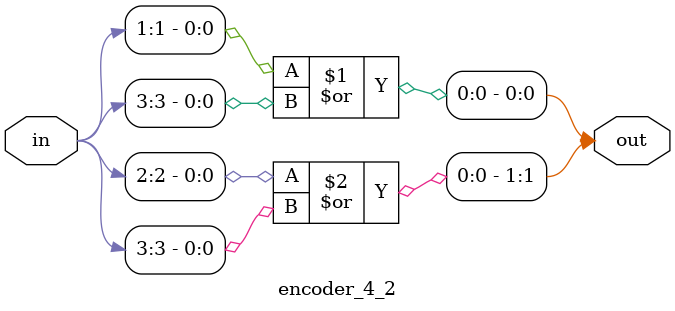
<source format=v>
`timescale 1ns / 1ps
module encoder_4_2(
	input [3:0]in,
	output [1:0]out
   );

	or(out[0],in[1],in[3]);
	or(out[1],in[2],in[3]);

endmodule

</source>
